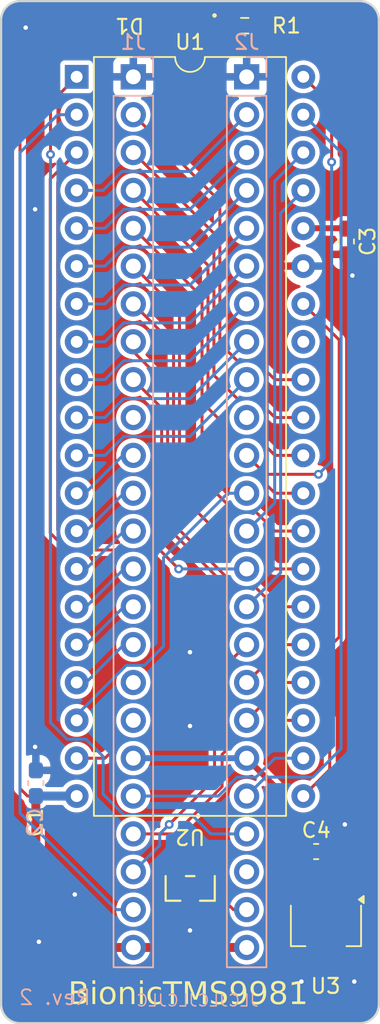
<source format=kicad_pcb>
(kicad_pcb (version 20240108) (generator "pcbnew") (generator_version "8.0")
  (title_block (title "BionicTMS9981 LDO") (date "2024-12-28") (rev "2") (company "Tadashi G. Takaoka"))
  (layers (0 "F.Cu" mixed) (31 "B.Cu" mixed) (34 "B.Paste" user) (35 "F.Paste" user) (36 "B.SilkS" user "B.Silkscreen") (37 "F.SilkS" user "F.Silkscreen") (38 "B.Mask" user) (39 "F.Mask" user) (44 "Edge.Cuts" user))
  (net 0 "")
  (net 1 "VCC")
  (net 2 "GND")
  (net 3 "/P53")
  (net 4 "/P26")
  (net 5 "/P27")
  (net 6 "/P47")
  (net 7 "/P46")
  (net 8 "/P25")
  (net 9 "/P24")
  (net 10 "/P23")
  (net 11 "/P22")
  (net 12 "/P21")
  (net 13 "/P20")
  (net 14 "/P34")
  (net 15 "/P35")
  (net 16 "/P17")
  (net 18 "/P16")
  (net 19 "/P15")
  (net 20 "/P40")
  (net 21 "/P14")
  (net 22 "/P13")
  (net 23 "/P42")
  (net 24 "/P12")
  (net 25 "/P11")
  (net 26 "/P10")
  (net 27 "/P33")
  (net 28 "/P32")
  (net 29 "/P31")
  (net 30 "/P30")
  (net 31 "/P51")
  (net 32 "/P55")
  (net 33 "/P43")
  (net 34 "+15V")
  (net 35 "/P50")
  (net 36 "/P52")
  (net 38 "Net-(D1-K)")
  (net 40 "/P44")
  (net 41 "/P41")
  (net 42 "/P54")
  (net 44 "/P45")
  (net 45 "Net-(U1-VDD)")
  (net 46 "Net-(J2-P57)")
  (footprint "Resistor_SMD:R_0603_1608Metric_Pad0.98x0.95mm_HandSolder" (layer "F.Cu") (at 117.383 71.651)
    (property "Reference" "R1" (at 2.794 0 0) (layer "F.SilkS"))
    (property "Value" "1.6k")
    (fp_line (start -0.254724 -0.5225) (end 0.254724 -0.5225) (stroke (width 0.12)) (layer "F.SilkS"))
    (fp_line (start -0.254724 0.5225) (end 0.254724 0.5225) (stroke (width 0.12)) (layer "F.SilkS"))
    (pad "1" smd roundrect (at -0.9125 0) (size 0.975 0.95) (layers "F.Cu" "F.Paste" "F.Mask") (net 38 "Net-(D1-K)"))
    (pad "2" smd roundrect (at 0.9125 0) (size 0.975 0.95) (layers "F.Cu" "F.Paste" "F.Mask") (net 2 "GND"))
  )
  (footprint "Package_TO_SOT_SMD:SOT-89-3_Handsoldering" (layer "F.Cu") (at 122.844 132.0525 -90)
    (property "Reference" "U3" (at 4.0383 0.0254 0) (layer "F.SilkS"))
    (property "Value" "LM78L12")
    (fp_line (start 1.36 2.36) (end -1.36 2.36) (stroke (width 0.12)) (layer "F.SilkS"))
    (fp_line (start 1.36 1.38) (end 1.36 2.36) (stroke (width 0.12)) (layer "F.SilkS"))
    (fp_line (start 1.36 -1.38) (end 1.36 -2.36) (stroke (width 0.12)) (layer "F.SilkS"))
    (fp_line (start -1.36 -2.36) (end 1.36 -2.36) (stroke (width 0.12)) (layer "F.SilkS"))
    (fp_line (start -1.22 -2.36) (end 1.36 -2.36) (stroke (width 0.12)) (layer "F.SilkS"))
    (fp_poly (pts (xy -1.77 -2.21) (xy -2.01 -2.54) (xy -1.53 -2.54) (xy -1.77 -2.21)) (stroke (width 0.12)) (fill solid) (layer "F.SilkS"))
    (pad "1" smd roundrect (at -2.45 -1.5 270) (size 2.3 0.9) (layers "F.Cu" "F.Paste" "F.Mask") (net 45 "Net-(U1-VDD)"))
    (pad "2" smd custom (at -2.3625 0 270) (size 2.475 0.9) (layers "F.Cu" "F.Paste" "F.Mask") (net 2 "GND") (options (clearance outline) (anchor rect)) (primitives (gr_poly (pts (xy 5.3625 0.8665) (xy 1.2375 0.8665) (xy 1.2375 -0.8665) (xy 5.3625 -0.8665)) (width 0) (fill yes))))
    (pad "3" smd roundrect (at -2.45 1.5 270) (size 2.3 0.9) (layers "F.Cu" "F.Paste" "F.Mask") (net 34 "+15V"))
  )
  (footprint "rhom:LED_CSL1901UW1_ROM-M" (layer "F.Cu") (at 113.7 71.651 180)
    (property "Reference" "D1" (at 4.064 0 180) (layer "F.SilkS"))
    (property "Value" "CSL1901UW1")
    (fp_circle (center -1.651 0.6858) (end -1.5748 0.6858) (stroke (width 0.1524)) (fill none) (layer "F.SilkS"))
    (pad "1" smd rect (at -0.8763 0 180) (size 0.9652 0.762) (layers "F.Cu" "F.Paste" "F.Mask") (net 38 "Net-(D1-K)"))
    (pad "2" smd rect (at 0.8763 0 180) (size 0.9652 0.762) (layers "F.Cu" "F.Paste" "F.Mask") (net 1 "VCC"))
    (zone (net 0) (net_name "") (layer "F.Cu") (connect_pads (clearance 0)) (min_thickness 0.254)
      (keepout (tracks not_allowed) (vias not_allowed) (pads allowed) (copperpour not_allowed) (footprints allowed))
      (fill (thermal_gap 0.508) (thermal_bridge_width 0.508))
      (polygon (pts (xy 114.0429 72.0066) (xy 113.3571 72.0066) (xy 113.3571 71.2954) (xy 114.0429 71.2954)))
    )
  )
  (footprint "Package_DIP:DIP-40_W15.24mm" (layer "F.Cu") (at 106.08 75.08)
    (property "Reference" "U1" (at 7.62 -2.33 0) (layer "F.SilkS"))
    (property "Value" "TMS9981")
    (fp_line (start 1.16 -1.33) (end 1.16 49.59) (stroke (width 0.12)) (layer "F.SilkS"))
    (fp_line (start 1.16 49.59) (end 14.08 49.59) (stroke (width 0.12)) (layer "F.SilkS"))
    (fp_line (start 6.62 -1.33) (end 1.16 -1.33) (stroke (width 0.12)) (layer "F.SilkS"))
    (fp_line (start 14.08 -1.33) (end 8.62 -1.33) (stroke (width 0.12)) (layer "F.SilkS"))
    (fp_line (start 14.08 49.59) (end 14.08 -1.33) (stroke (width 0.12)) (layer "F.SilkS"))
    (fp_arc (start 8.62 -1.33) (mid 7.62 -0.33) (end 6.62 -1.33) (stroke (width 0.12)) (layer "F.SilkS"))
    (pad "1" thru_hole rect (at 0 0) (size 1.6 1.6) (drill 0.8) (layers "*.Cu" "*.Mask") (net 32 "/P55"))
    (pad "2" thru_hole oval (at 0 2.54) (size 1.6 1.6) (drill 0.8) (layers "*.Cu" "*.Mask") (net 3 "/P53"))
    (pad "3" thru_hole oval (at 0 5.08) (size 1.6 1.6) (drill 0.8) (layers "*.Cu" "*.Mask") (net 33 "/P43"))
    (pad "4" thru_hole oval (at 0 7.62) (size 1.6 1.6) (drill 0.8) (layers "*.Cu" "*.Mask") (net 13 "/P20"))
    (pad "5" thru_hole oval (at 0 10.16) (size 1.6 1.6) (drill 0.8) (layers "*.Cu" "*.Mask") (net 12 "/P21"))
    (pad "6" thru_hole oval (at 0 12.7) (size 1.6 1.6) (drill 0.8) (layers "*.Cu" "*.Mask") (net 11 "/P22"))
    (pad "7" thru_hole oval (at 0 15.24) (size 1.6 1.6) (drill 0.8) (layers "*.Cu" "*.Mask") (net 10 "/P23"))
    (pad "8" thru_hole oval (at 0 17.78) (size 1.6 1.6) (drill 0.8) (layers "*.Cu" "*.Mask") (net 9 "/P24"))
    (pad "9" thru_hole oval (at 0 20.32) (size 1.6 1.6) (drill 0.8) (layers "*.Cu" "*.Mask") (net 8 "/P25"))
    (pad "10" thru_hole oval (at 0 22.86) (size 1.6 1.6) (drill 0.8) (layers "*.Cu" "*.Mask") (net 4 "/P26"))
    (pad "11" thru_hole oval (at 0 25.4) (size 1.6 1.6) (drill 0.8) (layers "*.Cu" "*.Mask") (net 5 "/P27"))
    (pad "12" thru_hole oval (at 0 27.94) (size 1.6 1.6) (drill 0.8) (layers "*.Cu" "*.Mask") (net 30 "/P30"))
    (pad "13" thru_hole oval (at 0 30.48) (size 1.6 1.6) (drill 0.8) (layers "*.Cu" "*.Mask") (net 29 "/P31"))
    (pad "14" thru_hole oval (at 0 33.02) (size 1.6 1.6) (drill 0.8) (layers "*.Cu" "*.Mask") (net 28 "/P32"))
    (pad "15" thru_hole oval (at 0 35.56) (size 1.6 1.6) (drill 0.8) (layers "*.Cu" "*.Mask") (net 27 "/P33"))
    (pad "16" thru_hole oval (at 0 38.1) (size 1.6 1.6) (drill 0.8) (layers "*.Cu" "*.Mask") (net 14 "/P34"))
    (pad "17" thru_hole oval (at 0 40.64) (size 1.6 1.6) (drill 0.8) (layers "*.Cu" "*.Mask") (net 15 "/P35"))
    (pad "18" thru_hole oval (at 0 43.18) (size 1.6 1.6) (drill 0.8) (layers "*.Cu" "*.Mask") (net 41 "/P41"))
    (pad "19" thru_hole oval (at 0 45.72) (size 1.6 1.6) (drill 0.8) (layers "*.Cu" "*.Mask") (net 44 "/P45"))
    (pad "20" thru_hole oval (at 0 48.26) (size 1.6 1.6) (drill 0.8) (layers "*.Cu" "*.Mask") (net 1 "VCC"))
    (pad "21" thru_hole oval (at 15.24 48.26) (size 1.6 1.6) (drill 0.8) (layers "*.Cu" "*.Mask") (net 6 "/P47"))
    (pad "22" thru_hole oval (at 15.24 45.72) (size 1.6 1.6) (drill 0.8) (layers "*.Cu" "*.Mask") (net 35 "/P50"))
    (pad "23" thru_hole oval (at 15.24 43.18) (size 1.6 1.6) (drill 0.8) (layers "*.Cu" "*.Mask") (net 31 "/P51"))
    (pad "24" thru_hole oval (at 15.24 40.64) (size 1.6 1.6) (drill 0.8) (layers "*.Cu" "*.Mask") (net 36 "/P52"))
    (pad "25" thru_hole oval (at 15.24 38.1) (size 1.6 1.6) (drill 0.8) (layers "*.Cu" "*.Mask") (net 16 "/P17"))
    (pad "26" thru_hole oval (at 15.24 35.56) (size 1.6 1.6) (drill 0.8) (layers "*.Cu" "*.Mask") (net 18 "/P16"))
    (pad "27" thru_hole oval (at 15.24 33.02) (size 1.6 1.6) (drill 0.8) (layers "*.Cu" "*.Mask") (net 19 "/P15"))
    (pad "28" thru_hole oval (at 15.24 30.48) (size 1.6 1.6) (drill 0.8) (layers "*.Cu" "*.Mask") (net 21 "/P14"))
    (pad "29" thru_hole oval (at 15.24 27.94) (size 1.6 1.6) (drill 0.8) (layers "*.Cu" "*.Mask") (net 22 "/P13"))
    (pad "30" thru_hole oval (at 15.24 25.4) (size 1.6 1.6) (drill 0.8) (layers "*.Cu" "*.Mask") (net 24 "/P12"))
    (pad "31" thru_hole oval (at 15.24 22.86) (size 1.6 1.6) (drill 0.8) (layers "*.Cu" "*.Mask") (net 25 "/P11"))
    (pad "32" thru_hole oval (at 15.24 20.32) (size 1.6 1.6) (drill 0.8) (layers "*.Cu" "*.Mask") (net 26 "/P10"))
    (pad "33" thru_hole oval (at 15.24 17.78) (size 1.6 1.6) (drill 0.8) (layers "*.Cu" "*.Mask"))
    (pad "34" thru_hole oval (at 15.24 15.24) (size 1.6 1.6) (drill 0.8) (layers "*.Cu" "*.Mask") (net 7 "/P46"))
    (pad "35" thru_hole oval (at 15.24 12.7) (size 1.6 1.6) (drill 0.8) (layers "*.Cu" "*.Mask") (net 2 "GND"))
    (pad "36" thru_hole oval (at 15.24 10.16) (size 1.6 1.6) (drill 0.8) (layers "*.Cu" "*.Mask") (net 45 "Net-(U1-VDD)"))
    (pad "37" thru_hole oval (at 15.24 7.62) (size 1.6 1.6) (drill 0.8) (layers "*.Cu" "*.Mask") (net 40 "/P44"))
    (pad "38" thru_hole oval (at 15.24 5.08) (size 1.6 1.6) (drill 0.8) (layers "*.Cu" "*.Mask") (net 23 "/P42"))
    (pad "39" thru_hole oval (at 15.24 2.54) (size 1.6 1.6) (drill 0.8) (layers "*.Cu" "*.Mask") (net 42 "/P54"))
    (pad "40" thru_hole oval (at 15.24 0) (size 1.6 1.6) (drill 0.8) (layers "*.Cu" "*.Mask") (net 20 "/P40"))
  )
  (footprint "Capacitor_SMD:C_0603_1608Metric_Pad1.08x0.95mm_HandSolder" (layer "F.Cu") (at 122.185 127.0625)
    (property "Reference" "C4" (at 0 -1.43 0) (layer "F.SilkS"))
    (property "Value" "0.33u")
    (fp_line (start -0.146267 -0.51) (end 0.146267 -0.51) (stroke (width 0.12)) (layer "F.SilkS"))
    (fp_line (start -0.146267 0.51) (end 0.146267 0.51) (stroke (width 0.12)) (layer "F.SilkS"))
    (pad "1" smd roundrect (at -0.8625 0) (size 1.075 0.95) (layers "F.Cu" "F.Paste" "F.Mask") (net 34 "+15V"))
    (pad "2" smd roundrect (at 0.8625 0) (size 1.075 0.95) (layers "F.Cu" "F.Paste" "F.Mask") (net 2 "GND"))
  )
  (footprint "microchip:SOT-23_MC_MCH-M" (layer "F.Cu") (at 113.715199 129.5368 180)
    (property "Reference" "U2" (at 0 3.4544 180) (layer "F.SilkS"))
    (property "Value" "11AA010-I/TT")
    (fp_line (start 1.652 0.827) (end 1.652 -0.827) (stroke (width 0.1524)) (layer "F.SilkS"))
    (fp_line (start 1.652 -0.827) (end 0.66294 -0.827) (stroke (width 0.1524)) (layer "F.SilkS"))
    (fp_line (start -0.287061 0.827) (end 0.287061 0.827) (stroke (width 0.1524)) (layer "F.SilkS"))
    (fp_line (start -0.66294 -0.827) (end -1.652 -0.827) (stroke (width 0.1524)) (layer "F.SilkS"))
    (fp_line (start -1.652 -0.827) (end -1.652 0.827) (stroke (width 0.1524)) (layer "F.SilkS"))
    (pad "1" smd rect (at -0.950001 1.066 180) (size 0.6604 1.6256) (layers "F.Cu" "F.Paste" "F.Mask") (net 46 "Net-(J2-P57)"))
    (pad "2" smd rect (at 0.950001 1.066 180) (size 0.6604 1.6256) (layers "F.Cu" "F.Paste" "F.Mask") (net 1 "VCC"))
    (pad "3" smd rect (at 0 -1.066 180) (size 0.6604 1.6256) (layers "F.Cu" "F.Paste" "F.Mask") (net 2 "GND"))
  )
  (footprint "Capacitor_SMD:C_0603_1608Metric_Pad1.08x0.95mm_HandSolder" (layer "F.Cu") (at 103.3368 122.4764 90)
    (property "Reference" "C1" (at -2.6416 -0.0508 90) (layer "F.SilkS"))
    (property "Value" "0.1u")
    (fp_line (start -0.146267 -0.51) (end 0.146267 -0.51) (stroke (width 0.12)) (layer "F.SilkS"))
    (fp_line (start -0.146267 0.51) (end 0.146267 0.51) (stroke (width 0.12)) (layer "F.SilkS"))
    (pad "1" smd roundrect (at -0.8625 0 90) (size 1.075 0.95) (layers "F.Cu" "F.Paste" "F.Mask") (net 1 "VCC"))
    (pad "2" smd roundrect (at 0.8625 0 90) (size 1.075 0.95) (layers "F.Cu" "F.Paste" "F.Mask") (net 2 "GND"))
  )
  (footprint "Capacitor_SMD:C_0603_1608Metric_Pad1.08x0.95mm_HandSolder" (layer "F.Cu") (at 124.2156 86.129 -90)
    (property "Reference" "C3" (at 0 -1.43 90) (layer "F.SilkS"))
    (property "Value" "0.1u")
    (fp_line (start -0.146267 0.51) (end 0.146267 0.51) (stroke (width 0.12)) (layer "F.SilkS"))
    (fp_line (start -0.146267 -0.51) (end 0.146267 -0.51) (stroke (width 0.12)) (layer "F.SilkS"))
    (pad "1" smd roundrect (at -0.8625 0 270) (size 1.075 0.95) (layers "F.Cu" "F.Paste" "F.Mask") (net 45 "Net-(U1-VDD)"))
    (pad "2" smd roundrect (at 0.8625 0 270) (size 1.075 0.95) (layers "F.Cu" "F.Paste" "F.Mask") (net 2 "GND"))
  )
  (footprint "connector:Bionic-P135_Vertical" (layer "B.Cu") (at 109.89 75.08 180)
    (property "Reference" "J1" (at 0 2.33 0) (layer "B.SilkS") (effects (justify mirror)))
    (property "Value" "Bionic-P135")
    (fp_line (start 1.33 -1.27) (end -1.33 -1.27) (stroke (width 0.12)) (layer "B.SilkS"))
    (fp_line (start 1.33 -59.75) (end 1.33 -1.27) (stroke (width 0.12)) (layer "B.SilkS"))
    (fp_line (start 1.33 -59.75) (end -1.33 -59.75) (stroke (width 0.12)) (layer "B.SilkS"))
    (fp_line (start 0 1.33) (end -1.33 1.33) (stroke (width 0.12)) (layer "B.SilkS"))
    (fp_line (start -1.33 1.33) (end -1.33 0) (stroke (width 0.12)) (layer "B.SilkS"))
    (fp_line (start -1.33 -59.75) (end -1.33 -1.27) (stroke (width 0.12)) (layer "B.SilkS"))
    (pad "1" thru_hole rect (at 0 0 180) (size 1.7 1.7) (drill 1) (layers "*.Cu" "*.Mask") (net 2 "GND"))
    (pad "2" thru_hole oval (at 0 -2.54 180) (size 1.7 1.7) (drill 1) (layers "*.Cu" "*.Mask") (net 26 "/P10"))
    (pad "3" thru_hole oval (at 0 -5.08 180) (size 1.7 1.7) (drill 1) (layers "*.Cu" "*.Mask") (net 25 "/P11"))
    (pad "4" thru_hole oval (at 0 -7.62 180) (size 1.7 1.7) (drill 1) (layers "*.Cu" "*.Mask") (net 24 "/P12"))
    (pad "5" thru_hole oval (at 0 -10.16 180) (size 1.7 1.7) (drill 1) (layers "*.Cu" "*.Mask") (net 22 "/P13"))
    (pad "6" thru_hole oval (at 0 -12.7 180) (size 1.7 1.7) (drill 1) (layers "*.Cu" "*.Mask") (net 21 "/P14"))
    (pad "7" thru_hole oval (at 0 -15.24 180) (size 1.7 1.7) (drill 1) (layers "*.Cu" "*.Mask") (net 19 "/P15"))
    (pad "8" thru_hole oval (at 0 -17.78 180) (size 1.7 1.7) (drill 1) (layers "*.Cu" "*.Mask") (net 18 "/P16"))
    (pad "9" thru_hole oval (at 0 -20.32 180) (size 1.7 1.7) (drill 1) (layers "*.Cu" "*.Mask") (net 16 "/P17"))
    (pad "10" thru_hole oval (at 0 -22.86 180) (size 1.7 1.7) (drill 1) (layers "*.Cu" "*.Mask"))
    (pad "11" thru_hole oval (at 0 -25.4 180) (size 1.7 1.7) (drill 1) (layers "*.Cu" "*.Mask") (net 30 "/P30"))
    (pad "12" thru_hole oval (at 0 -27.94 180) (size 1.7 1.7) (drill 1) (layers "*.Cu" "*.Mask") (net 29 "/P31"))
    (pad "13" thru_hole oval (at 0 -30.48 180) (size 1.7 1.7) (drill 1) (layers "*.Cu" "*.Mask") (net 28 "/P32"))
    (pad "14" thru_hole oval (at 0 -33.02 180) (size 1.7 1.7) (drill 1) (layers "*.Cu" "*.Mask") (net 27 "/P33"))
    (pad "15" thru_hole oval (at 0 -35.56 180) (size 1.7 1.7) (drill 1) (layers "*.Cu" "*.Mask") (net 14 "/P34"))
    (pad "16" thru_hole oval (at 0 -38.1 180) (size 1.7 1.7) (drill 1) (layers "*.Cu" "*.Mask") (net 15 "/P35"))
    (pad "17" thru_hole oval (at 0 -40.64 180) (size 1.7 1.7) (drill 1) (layers "*.Cu" "*.Mask"))
    (pad "18" thru_hole oval (at 0 -43.18 180) (size 1.7 1.7) (drill 1) (layers "*.Cu" "*.Mask"))
    (pad "19" thru_hole oval (at 0 -45.72 180) (size 1.7 1.7) (drill 1) (layers "*.Cu" "*.Mask") (net 34 "+15V"))
    (pad "20" thru_hole oval (at 0 -48.26 180) (size 1.7 1.7) (drill 1) (layers "*.Cu" "*.Mask") (net 35 "/P50"))
    (pad "21" thru_hole oval (at 0 -50.8 180) (size 1.7 1.7) (drill 1) (layers "*.Cu" "*.Mask") (net 31 "/P51"))
    (pad "22" thru_hole oval (at 0 -53.34 180) (size 1.7 1.7) (drill 1) (layers "*.Cu" "*.Mask") (net 36 "/P52"))
    (pad "23" thru_hole oval (at 0 -55.88 180) (size 1.7 1.7) (drill 1) (layers "*.Cu" "*.Mask") (net 3 "/P53"))
    (pad "24" thru_hole oval (at 0 -58.42 180) (size 1.7 1.7) (drill 1) (layers "*.Cu" "*.Mask") (net 1 "VCC"))
  )
  (footprint "connector:Bionic-P245_Vertical" (layer "B.Cu") (at 117.51 75.08 180)
    (property "Reference" "J2" (at 0 2.33 0) (layer "B.SilkS") (effects (justify mirror)))
    (property "Value" "Bionic-P245")
    (fp_line (start 1.33 -1.27) (end -1.33 -1.27) (stroke (width 0.12)) (layer "B.SilkS"))
    (fp_line (start 1.33 -59.75) (end 1.33 -1.27) (stroke (width 0.12)) (layer "B.SilkS"))
    (fp_line (start 1.33 -59.75) (end -1.33 -59.75) (stroke (width 0.12)) (layer "B.SilkS"))
    (fp_line (start 0 1.33) (end -1.33 1.33) (stroke (width 0.12)) (layer "B.SilkS"))
    (fp_line (start -1.33 1.33) (end -1.33 0) (stroke (width 0.12)) (layer "B.SilkS"))
    (fp_line (start -1.33 -59.75) (end -1.33 -1.27) (stroke (width 0.12)) (layer "B.SilkS"))
    (pad "25" thru_hole oval (at 0 -58.42 180) (size 1.7 1.7) (drill 1) (layers "*.Cu" "*.Mask") (net 1 "VCC"))
    (pad "26" thru_hole oval (at 0 -55.88 180) (size 1.7 1.7) (drill 1) (layers "*.Cu" "*.Mask") (net 46 "Net-(J2-P57)"))
    (pad "27" thru_hole oval (at 0 -53.34 180) (size 1.7 1.7) (drill 1) (layers "*.Cu" "*.Mask"))
    (pad "28" thru_hole oval (at 0 -50.8 180) (size 1.7 1.7) (drill 1) (layers "*.Cu" "*.Mask") (net 32 "/P55"))
    (pad "29" thru_hole oval (at 0 -48.26 180) (size 1.7 1.7) (drill 1) (layers "*.Cu" "*.Mask") (net 42 "/P54"))
    (pad "30" thru_hole oval (at 0 -45.72 180) (size 1.7 1.7) (drill 1) (layers "*.Cu" "*.Mask") (net 34 "+15V"))
    (pad "31" thru_hole oval (at 0 -43.18 180) (size 1.7 1.7) (drill 1) (layers "*.Cu" "*.Mask") (net 6 "/P47"))
    (pad "32" thru_hole oval (at 0 -40.64 180) (size 1.7 1.7) (drill 1) (layers "*.Cu" "*.Mask") (net 7 "/P46"))
    (pad "33" thru_hole oval (at 0 -38.1 180) (size 1.7 1.7) (drill 1) (layers "*.Cu" "*.Mask") (net 44 "/P45"))
    (pad "34" thru_hole oval (at 0 -35.56 180) (size 1.7 1.7) (drill 1) (layers "*.Cu" "*.Mask") (net 40 "/P44"))
    (pad "35" thru_hole oval (at 0 -33.02 180) (size 1.7 1.7) (drill 1) (layers "*.Cu" "*.Mask") (net 33 "/P43"))
    (pad "36" thru_hole oval (at 0 -30.48 180) (size 1.7 1.7) (drill 1) (layers "*.Cu" "*.Mask") (net 23 "/P42"))
    (pad "37" thru_hole oval (at 0 -27.94 180) (size 1.7 1.7) (drill 1) (layers "*.Cu" "*.Mask") (net 41 "/P41"))
    (pad "38" thru_hole oval (at 0 -25.4 180) (size 1.7 1.7) (drill 1) (layers "*.Cu" "*.Mask") (net 20 "/P40"))
    (pad "39" thru_hole oval (at 0 -22.86 180) (size 1.7 1.7) (drill 1) (layers "*.Cu" "*.Mask"))
    (pad "40" thru_hole oval (at 0 -20.32 180) (size 1.7 1.7) (drill 1) (layers "*.Cu" "*.Mask") (net 5 "/P27"))
    (pad "41" thru_hole oval (at 0 -17.78 180) (size 1.7 1.7) (drill 1) (layers "*.Cu" "*.Mask") (net 4 "/P26"))
    (pad "42" thru_hole oval (at 0 -15.24 180) (size 1.7 1.7) (drill 1) (layers "*.Cu" "*.Mask") (net 8 "/P25"))
    (pad "43" thru_hole oval (at 0 -12.7 180) (size 1.7 1.7) (drill 1) (layers "*.Cu" "*.Mask") (net 9 "/P24"))
    (pad "44" thru_hole oval (at 0 -10.16 180) (size 1.7 1.7) (drill 1) (layers "*.Cu" "*.Mask") (net 10 "/P23"))
    (pad "45" thru_hole oval (at 0 -7.62 180) (size 1.7 1.7) (drill 1) (layers "*.Cu" "*.Mask") (net 11 "/P22"))
    (pad "46" thru_hole oval (at 0 -5.08 180) (size 1.7 1.7) (drill 1) (layers "*.Cu" "*.Mask") (net 12 "/P21"))
    (pad "47" thru_hole oval (at 0 -2.54 180) (size 1.7 1.7) (drill 1) (layers "*.Cu" "*.Mask") (net 13 "/P20"))
    (pad "48" thru_hole rect (at 0 0 180) (size 1.7 1.7) (drill 1) (layers "*.Cu" "*.Mask") (net 2 "GND"))
  )
  (footprint "Capacitor_SMD:C_0603_1608Metric_Pad1.08x0.95mm_HandSolder" (layer "B.Cu") (at 103.3368 122.4764 90)
    (property "Reference" "C2" (at -2.6416 -0.0508 90) (layer "B.SilkS") (effects (justify mirror)))
    (property "Value" "22U")
    (fp_line (start 0.146267 -0.51) (end -0.146267 -0.51) (stroke (width 0.12)) (layer "B.SilkS"))
    (fp_line (start 0.146267 0.51) (end -0.146267 0.51) (stroke (width 0.12)) (layer "B.SilkS"))
    (pad "1" smd roundrect (at -0.8625 0 90) (size 1.075 0.95) (layers "B.Cu" "B.Paste" "B.Mask") (net 1 "VCC"))
    (pad "2" smd roundrect (at 0.8625 0 90) (size 1.075 0.95) (layers "B.Cu" "B.Paste" "B.Mask") (net 2 "GND"))
  )
  (gr_arc (start 125.13 70) (mid 126.028026 70.371974) (end 126.4 71.27) (stroke (width 0.15)) (layer "Edge.Cuts"))
  (gr_arc (start 102.27 138.58) (mid 101.371974 138.208026) (end 101 137.31) (stroke (width 0.15)) (layer "Edge.Cuts"))
  (gr_line (start 126.4 71.27) (end 126.4 137.31) (stroke (width 0.15)) (layer "Edge.Cuts"))
  (gr_arc (start 126.4 137.31) (mid 126.028026 138.208026) (end 125.13 138.58) (stroke (width 0.15)) (layer "Edge.Cuts"))
  (gr_line (start 102.27 138.58) (end 125.13 138.58) (stroke (width 0.15)) (layer "Edge.Cuts"))
  (gr_line (start 102.27 70) (end 125.13 70) (stroke (width 0.15)) (layer "Edge.Cuts"))
  (gr_arc (start 101 71.27) (mid 101.371974 70.371974) (end 102.27 70) (stroke (width 0.15)) (layer "Edge.Cuts"))
  (gr_line (start 101 71.27) (end 101 137.31) (stroke (width 0.15)) (layer "Edge.Cuts"))
  (gr_text "Rev. 2" (at 107.096 137.437 0) (layer "B.SilkS") (effects (font (size 1 1)) (justify left bottom mirror)))
  (gr_text "JLCJLCJLCJLC" (at 114.208 137.056 0) (layer "B.SilkS") (effects (font (size 0.8 0.8)) (justify mirror)))
  (gr_text "BionicTMS9981" (at 113.573 136.675 0) (layer "F.SilkS") (effects (font (size 1.5 1.5))))
  (segment (start 102.7769 123.3389) (end 103.3368 123.3389) (width 0.2) (layer "F.Cu") (net 1))
  (segment (start 102.27 74.318) (end 102.27 122.832) (width 0.2) (layer "F.Cu") (net 1))
  (segment (start 112.765198 128.4708) (end 112.765198 133.469602) (width 0.2) (layer "F.Cu") (net 1))
  (segment (start 109.89 133.5) (end 106.969 133.5) (width 0.6) (layer "F.Cu") (net 1))
  (segment (start 112.765198 133.469602) (end 112.7348 133.5) (width 0.2) (layer "F.Cu") (net 1))
  (segment (start 106.0789 123.3389) (end 106.08 123.34) (width 0.6) (layer "F.Cu") (net 1))
  (segment (start 103.3368 129.8678) (end 103.3368 123.3389) (width 0.6) (layer "F.Cu") (net 1))
  (segment (start 102.27 122.832) (end 102.7769 123.3389) (width 0.2) (layer "F.Cu") (net 1))
  (segment (start 112.7348 133.5) (end 109.89 133.5) (width 0.6) (layer "F.Cu") (net 1))
  (segment (start 103.3367 123.339) (end 103.3368 123.3389) (width 0.6) (layer "F.Cu") (net 1))
  (segment (start 112.8237 71.651) (end 104.937 71.651) (width 0.2) (layer "F.Cu") (net 1))
  (segment (start 106.969 133.5) (end 103.3368 129.8678) (width 0.6) (layer "F.Cu") (net 1))
  (segment (start 117.51 133.5) (end 112.7348 133.5) (width 0.6) (layer "F.Cu") (net 1))
  (segment (start 103.3368 123.3389) (end 106.0789 123.3389) (width 0.6) (layer "F.Cu") (net 1))
  (segment (start 104.937 71.651) (end 102.27 74.318) (width 0.2) (layer "F.Cu") (net 1))
  (segment (start 103.3379 123.34) (end 103.3368 123.3389) (width 0.6) (layer "B.Cu") (net 1))
  (segment (start 103.3374 123.3395) (end 103.3368 123.3389) (width 0.6) (layer "B.Cu") (net 1))
  (segment (start 103.3375 123.3395) (end 103.3374 123.3395) (width 0.6) (layer "B.Cu") (net 1))
  (segment (start 106.08 123.34) (end 103.3379 123.34) (width 0.6) (layer "B.Cu") (net 1))
  (segment (start 122.717 87.78) (end 121.32 87.78) (width 0.4) (layer "F.Cu") (net 2))
  (segment (start 121.32 87.78) (end 119.923 87.78) (width 0.4) (layer "F.Cu") (net 2))
  (via (at 124.749 135.786) (size 0.6) (drill 0.3) (layers "F.Cu" "B.Cu") (net 2))
  (via (at 102.651 71.778) (size 0.6) (drill 0.3) (layers "F.Cu" "B.Cu") (net 2))
  (via (at 103.54 133.119) (size 0.6) (drill 0.3) (layers "F.Cu" "B.Cu") (net 2))
  (via (at 124.114 125.245) (size 0.6) (drill 0.3) (layers "F.Cu" "B.Cu") (net 2))
  (via (at 113.7 118.641) (size 0.6) (drill 0.3) (layers "F.Cu" "B.Cu") (net 2))
  (via (at 113.7 132.357) (size 0.6) (drill 0.3) (layers "F.Cu" "B.Cu") (net 2))
  (via (at 103.286 120.038) (size 0.6) (drill 0.3) (layers "F.Cu" "B.Cu") (net 2))
  (via (at 105.953 129.944) (size 0.6) (drill 0.3) (layers "F.Cu" "B.Cu") (net 2))
  (via (at 124.622 88.415) (size 0.6) (drill 0.3) (layers "F.Cu" "B.Cu") (net 2))
  (via (at 121.193 135.786) (size 0.6) (drill 0.3) (layers "F.Cu" "B.Cu") (net 2))
  (via (at 113.7 113.688) (size 0.6) (drill 0.3) (layers "F.Cu" "B.Cu") (net 2))
  (via (at 103.286 83.97) (size 0.6) (drill 0.3) (layers "F.Cu" "B.Cu") (net 2))
  (segment (start 102.27 124.483) (end 108.747 130.96) (width 0.2) (layer "B.Cu") (net 3))
  (segment (start 104.81 77.62) (end 102.27 80.16) (width 0.2) (layer "B.Cu") (net 3))
  (segment (start 106.08 77.62) (end 104.81 77.62) (width 0.2) (layer "B.Cu") (net 3))
  (segment (start 108.747 130.96) (end 109.89 130.96) (width 0.2) (layer "B.Cu") (net 3))
  (segment (start 102.27 80.16) (end 102.27 124.483) (width 0.2) (layer "B.Cu") (net 3))
  (segment (start 117.51 92.86) (end 113.7 96.67) (width 0.2) (layer "B.Cu") (net 4))
  (segment (start 107.985 97.94) (end 106.08 97.94) (width 0.2) (layer "B.Cu") (net 4))
  (segment (start 109.255 96.67) (end 107.985 97.94) (width 0.2) (layer "B.Cu") (net 4))
  (segment (start 113.7 96.67) (end 109.255 96.67) (width 0.2) (layer "B.Cu") (net 4))
  (segment (start 107.985 100.48) (end 106.08 100.48) (width 0.2) (layer "B.Cu") (net 5))
  (segment (start 113.7 99.21) (end 109.255 99.21) (width 0.2) (layer "B.Cu") (net 5))
  (segment (start 109.255 99.21) (end 107.985 100.48) (width 0.2) (layer "B.Cu") (net 5))
  (segment (start 117.51 95.4) (end 113.7 99.21) (width 0.2) (layer "B.Cu") (net 5))
  (segment (start 123.098 118.133) (end 123.098 121.562) (width 0.2) (layer "F.Cu") (net 6))
  (segment (start 117.51 118.26) (end 118.78 116.99) (width 0.2) (layer "F.Cu") (net 6))
  (segment (start 121.955 116.99) (end 123.098 118.133) (width 0.2) (layer "F.Cu") (net 6))
  (segment (start 123.098 121.562) (end 121.32 123.34) (width 0.2) (layer "F.Cu") (net 6))
  (segment (start 118.78 116.99) (end 121.955 116.99) (width 0.2) (layer "F.Cu") (net 6))
  (segment (start 121.32 90.32) (end 123.733 92.733) (width 0.2) (layer "F.Cu") (net 7))
  (segment (start 123.733 92.733) (end 123.733 112.672) (width 0.2) (layer "F.Cu") (net 7))
  (segment (start 123.733 112.672) (end 121.955 114.45) (width 0.2) (layer "F.Cu") (net 7))
  (segment (start 121.955 114.45) (end 118.78 114.45) (width 0.2) (layer "F.Cu") (net 7))
  (segment (start 118.78 114.45) (end 117.51 115.72) (width 0.2) (layer "F.Cu") (net 7))
  (segment (start 107.985 95.4) (end 106.08 95.4) (width 0.2) (layer "B.Cu") (net 8))
  (segment (start 117.51 90.32) (end 113.7 94.13) (width 0.2) (layer "B.Cu") (net 8))
  (segment (start 113.7 94.13) (end 109.255 94.13) (width 0.2) (layer "B.Cu") (net 8))
  (segment (start 109.255 94.13) (end 107.985 95.4) (width 0.2) (layer "B.Cu") (net 8))
  (segment (start 113.7 91.59) (end 109.255 91.59) (width 0.2) (layer "B.Cu") (net 9))
  (segment (start 107.985 92.86) (end 106.08 92.86) (width 0.2) (layer "B.Cu") (net 9))
  (segment (start 117.51 87.78) (end 113.7 91.59) (width 0.2) (layer "B.Cu") (net 9))
  (segment (start 109.255 91.59) (end 107.985 92.86) (width 0.2) (layer "B.Cu") (net 9))
  (segment (start 107.985 90.32) (end 109.255 89.05) (width 0.2) (layer "B.Cu") (net 10))
  (segment (start 113.7 89.05) (end 117.51 85.24) (width 0.2) (layer "B.Cu") (net 10))
  (segment (start 109.255 89.05) (end 113.7 89.05) (width 0.2) (layer "B.Cu") (net 10))
  (segment (start 106.08 90.32) (end 107.985 90.32) (width 0.2) (layer "B.Cu") (net 10))
  (segment (start 107.985 87.78) (end 106.08 87.78) (width 0.2) (layer "B.Cu") (net 11))
  (segment (start 117.51 82.7) (end 113.7 86.51) (width 0.2) (layer "B.Cu") (net 11))
  (segment (start 113.7 86.51) (end 109.255 86.51) (width 0.2) (layer "B.Cu") (net 11))
  (segment (start 109.255 86.51) (end 107.985 87.78) (width 0.2) (layer "B.Cu") (net 11))
  (segment (start 117.51 80.16) (end 113.7 83.97) (width 0.2) (layer "B.Cu") (net 12))
  (segment (start 107.985 85.24) (end 106.08 85.24) (width 0.2) (layer "B.Cu") (net 12))
  (segment (start 113.7 83.97) (end 109.255 83.97) (width 0.2) (layer "B.Cu") (net 12))
  (segment (start 109.255 83.97) (end 107.985 85.24) (width 0.2) (layer "B.Cu") (net 12))
  (segment (start 107.858 82.7) (end 106.08 82.7) (width 0.2) (layer "B.Cu") (net 13))
  (segment (start 113.7 81.43) (end 109.128 81.43) (width 0.2) (layer "B.Cu") (net 13))
  (segment (start 109.128 81.43) (end 107.858 82.7) (width 0.2) (layer "B.Cu") (net 13))
  (segment (start 117.51 77.62) (end 113.7 81.43) (width 0.2) (layer "B.Cu") (net 13))
  (segment (start 106.715 113.18) (end 106.08 113.18) (width 0.2) (layer "B.Cu") (net 14))
  (segment (start 109.255 110.64) (end 106.715 113.18) (width 0.2) (layer "B.Cu") (net 14))
  (segment (start 109.89 110.64) (end 109.255 110.64) (width 0.2) (layer "B.Cu") (net 14))
  (segment (start 109.255 113.18) (end 106.715 115.72) (width 0.2) (layer "B.Cu") (net 15))
  (segment (start 106.715 115.72) (end 106.08 115.72) (width 0.2) (layer "B.Cu") (net 15))
  (segment (start 109.89 113.18) (end 109.255 113.18) (width 0.2) (layer "B.Cu") (net 15))
  (segment (start 118.1452 111.9102) (end 116.7482 111.9102) (width 0.2) (layer "F.Cu") (net 16))
  (segment (start 115.605 108.735) (end 111.795 104.925) (width 0.2) (layer "F.Cu") (net 16))
  (segment (start 121.32 113.18) (end 119.415 113.18) (width 0.2) (layer "F.Cu") (net 16))
  (segment (start 116.7482 111.9102) (end 115.605 110.767) (width 0.2) (layer "F.Cu") (net 16))
  (segment (start 119.415 113.18) (end 118.1452 111.9102) (width 0.2) (layer "F.Cu") (net 16))
  (segment (start 111.795 104.925) (end 111.795 97.305) (width 0.2) (layer "F.Cu") (net 16))
  (segment (start 111.795 97.305) (end 109.89 95.4) (width 0.2) (layer "F.Cu") (net 16))
  (segment (start 115.605 110.767) (end 115.605 108.735) (width 0.2) (layer "F.Cu") (net 16))
  (segment (start 118.145 109.37) (end 119.415 110.64) (width 0.2) (layer "F.Cu") (net 18))
  (segment (start 112.195 104.69) (end 116.875 109.37) (width 0.2) (layer "F.Cu") (net 18))
  (segment (start 112.195 95.818) (end 112.195 104.69) (width 0.2) (layer "F.Cu") (net 18))
  (segment (start 109.89 92.86) (end 109.89 93.513) (width 0.2) (layer "F.Cu") (net 18))
  (segment (start 109.89 93.513) (end 112.195 95.818) (width 0.2) (layer "F.Cu") (net 18))
  (segment (start 119.415 110.64) (end 121.32 110.64) (width 0.2) (layer "F.Cu") (net 18))
  (segment (start 116.875 109.37) (end 118.145 109.37) (width 0.2) (layer "F.Cu") (net 18))
  (segment (start 112.595 93.025) (end 112.595 102.677) (width 0.2) (layer "F.Cu") (net 19))
  (segment (start 119.415 108.1) (end 121.32 108.1) (width 0.2) (layer "F.Cu") (net 19))
  (segment (start 109.89 90.32) (end 112.595 93.025) (width 0.2) (layer "F.Cu") (net 19))
  (segment (start 116.748 106.83) (end 118.145 106.83) (width 0.2) (layer "F.Cu") (net 19))
  (segment (start 112.595 102.677) (end 116.748 106.83) (width 0.2) (layer "F.Cu") (net 19))
  (segment (start 118.145 106.83) (end 119.415 108.1) (width 0.2) (layer "F.Cu") (net 19))
  (segment (start 118.78 101.75) (end 117.51 100.48) (width 0.2) (layer "F.Cu") (net 20))
  (segment (start 123.225 80.795) (end 123.225 76.985) (width 0.2) (layer "F.Cu") (net 20))
  (segment (start 123.225 76.985) (end 121.32 75.08) (width 0.2) (layer "F.Cu") (net 20))
  (segment (start 122.336 101.75) (end 118.78 101.75) (width 0.2) (layer "F.Cu") (net 20))
  (via (at 123.225 80.795) (size 0.6) (drill 0.3) (layers "F.Cu" "B.Cu") (net 20))
  (via (at 122.336 101.75) (size 0.6) (drill 0.3) (layers "F.Cu" "B.Cu") (net 20))
  (segment (start 122.336 101.75) (end 123.225 100.861) (width 0.2) (layer "B.Cu") (net 20))
  (segment (start 123.225 100.861) (end 123.225 80.795) (width 0.2) (layer "B.Cu") (net 20))
  (segment (start 109.89 87.78) (end 112.995 90.885) (width 0.2) (layer "F.Cu") (net 21))
  (segment (start 112.995 90.885) (end 112.995 100.537) (width 0.2) (layer "F.Cu") (net 21))
  (segment (start 116.748 104.29) (end 118.145 104.29) (width 0.2) (layer "F.Cu") (net 21))
  (segment (start 119.415 105.56) (end 121.32 105.56) (width 0.2) (layer "F.Cu") (net 21))
  (segment (start 112.995 100.537) (end 116.748 104.29) (width 0.2) (layer "F.Cu") (net 21))
  (segment (start 118.145 104.29) (end 119.415 105.56) (width 0.2) (layer "F.Cu") (net 21))
  (segment (start 118.145 101.75) (end 119.415 103.02) (width 0.2) (layer "F.Cu") (net 22))
  (segment (start 109.89 85.24) (end 114.5096 89.8596) (width 0.2) (layer "F.Cu") (net 22))
  (segment (start 114.5096 99.3846) (end 116.875 101.75) (width 0.2) (layer "F.Cu") (net 22))
  (segment (start 116.875 101.75) (end 118.145 101.75) (width 0.2) (layer "F.Cu") (net 22))
  (segment (start 119.415 103.02) (end 121.32 103.02) (width 0.2) (layer "F.Cu") (net 22))
  (segment (start 114.5096 89.8596) (end 114.5096 99.3846) (width 0.2) (layer "F.Cu") (net 22))
  (segment (start 119.396 103.674) (end 117.792843 105.277157) (width 0.2) (layer "B.Cu") (net 23))
  (segment (start 121.32 80.16) (end 119.396 82.084) (width 0.2) (layer "B.Cu") (net 23))
  (segment (start 119.396 82.084) (end 119.396 103.674) (width 0.2) (layer "B.Cu") (net 23))
  (segment (start 119.415 100.48) (end 121.32 100.48) (width 0.2) (layer "F.Cu") (net 24))
  (segment (start 114.9096 87.7196) (end 114.9096 97.3081) (width 0.2) (layer "F.Cu") (net 24))
  (segment (start 109.89 82.7) (end 114.9096 87.7196) (width 0.2) (layer "F.Cu") (net 24))
  (segment (start 118.145 99.21) (end 119.415 100.48) (width 0.2) (layer "F.Cu") (net 24))
  (segment (start 114.9096 97.3081) (end 116.8115 99.21) (width 0.2) (layer "F.Cu") (net 24))
  (segment (start 116.8115 99.21) (end 118.145 99.21) (width 0.2) (layer "F.Cu") (net 24))
  (segment (start 109.89 80.16) (end 115.3096 85.5796) (width 0.2) (layer "F.Cu") (net 25))
  (segment (start 116.875 96.67) (end 118.145 96.67) (width 0.2) (layer "F.Cu") (net 25))
  (segment (start 118.145 96.67) (end 119.415 97.94) (width 0.2) (layer "F.Cu") (net 25))
  (segment (start 119.415 97.94) (end 121.32 97.94) (width 0.2) (layer "F.Cu") (net 25))
  (segment (start 115.3096 85.5796) (end 115.3096 95.1046) (width 0.2) (layer "F.Cu") (net 25))
  (segment (start 115.3096 95.1046) (end 116.875 96.67) (width 0.2) (layer "F.Cu") (net 25))
  (segment (start 115.7096 83.4396) (end 115.7096 92.9646) (width 0.2) (layer "F.Cu") (net 26))
  (segment (start 118.145 94.13) (end 119.415 95.4) (width 0.2) (layer "F.Cu") (net 26))
  (segment (start 119.415 95.4) (end 121.32 95.4) (width 0.2) (layer "F.Cu") (net 26))
  (segment (start 109.89 77.62) (end 115.7096 83.4396) (width 0.2) (layer "F.Cu") (net 26))
  (segment (start 116.875 94.13) (end 118.145 94.13) (width 0.2) (layer "F.Cu") (net 26))
  (segment (start 115.7096 92.9646) (end 116.875 94.13) (width 0.2) (layer "F.Cu") (net 26))
  (segment (start 106.715 110.64) (end 106.08 110.64) (width 0.2) (layer "B.Cu") (net 27))
  (segment (start 109.89 108.1) (end 109.255 108.1) (width 0.2) (layer "B.Cu") (net 27))
  (segment (start 109.255 108.1) (end 106.715 110.64) (width 0.2) (layer "B.Cu") (net 27))
  (segment (start 106.715 108.1) (end 106.08 108.1) (width 0.2) (layer "B.Cu") (net 28))
  (segment (start 109.89 105.56) (end 109.255 105.56) (width 0.2) (layer "B.Cu") (net 28))
  (segment (start 109.255 105.56) (end 106.715 108.1) (width 0.2) (layer "B.Cu") (net 28))
  (segment (start 106.715 105.56) (end 106.08 105.56) (width 0.2) (layer "B.Cu") (net 29))
  (segment (start 109.255 103.02) (end 106.715 105.56) (width 0.2) (layer "B.Cu") (net 29))
  (segment (start 109.89 103.02) (end 109.255 103.02) (width 0.2) (layer "B.Cu") (net 29))
  (segment (start 109.89 100.48) (end 109.1915 100.48) (width 0.2) (layer "B.Cu") (net 30))
  (segment (start 109.1915 100.48) (end 106.6515 103.02) (width 0.2) (layer "B.Cu") (net 30))
  (segment (start 106.6515 103.02) (end 106.08 103.02) (width 0.2) (layer "B.Cu") (net 30))
  (segment (start 112.684 125.88) (end 109.89 125.88) (width 0.2) (layer "F.Cu") (net 31))
  (segment (start 115.859 122.705) (end 112.684 125.88) (width 0.2) (layer "F.Cu") (net 31))
  (segment (start 118.145 119.53) (end 116.875 119.53) (width 0.2) (layer "F.Cu") (net 31))
  (segment (start 121.32 118.26) (end 119.415 118.26) (width 0.2) (layer "F.Cu") (net 31))
  (segment (start 119.415 118.26) (end 118.145 119.53) (width 0.2) (layer "F.Cu") (net 31))
  (segment (start 116.875 119.53) (end 115.859 120.546) (width 0.2) (layer "F.Cu") (net 31))
  (segment (start 115.859 120.546) (end 115.859 122.705) (width 0.2) (layer "F.Cu") (net 31))
  (segment (start 104.321 80.287) (end 104.321 76.839) (width 0.2) (layer "F.Cu") (net 32))
  (segment (start 104.321 76.839) (end 106.08 75.08) (width 0.2) (layer "F.Cu") (net 32))
  (via (at 104.321 80.287) (size 0.6) (drill 0.3) (layers "F.Cu" "B.Cu") (net 32))
  (segment (start 104.321 80.287) (end 104.321 118.406) (width 0.2) (layer "B.Cu") (net 32))
  (segment (start 106.705635 119.53) (end 107.858 120.682365) (width 0.2) (layer "B.Cu") (net 32))
  (segment (start 107.858 120.682365) (end 107.858 123.213) (width 0.2) (layer "B.Cu") (net 32))
  (segment (start 109.255 124.61) (end 113.827 124.61) (width 0.2) (layer "B.Cu") (net 32))
  (segment (start 113.827 124.61) (end 115.097 125.88) (width 0.2) (layer "B.Cu") (net 32))
  (segment (start 107.858 123.213) (end 109.255 124.61) (width 0.2) (layer "B.Cu") (net 32))
  (segment (start 115.097 125.88) (end 117.51 125.88) (width 0.2) (layer "B.Cu") (net 32))
  (segment (start 104.321 118.406) (end 105.445 119.53) (width 0.2) (layer "B.Cu") (net 32))
  (segment (start 105.445 119.53) (end 106.705635 119.53) (width 0.2) (layer "B.Cu") (net 32))
  (segment (start 112.938 108.1) (end 111.668 106.83) (width 0.2) (layer "F.Cu") (net 33))
  (segment (start 111.668 106.83) (end 105.445 106.83) (width 0.2) (layer "F.Cu") (net 33))
  (segment (start 104.302 81.938) (end 106.08 80.16) (width 0.2) (layer "F.Cu") (net 33))
  (segment (start 104.302 105.687) (end 104.302 81.938) (width 0.2) (layer "F.Cu") (net 33))
  (segment (start 105.445 106.83) (end 104.302 105.687) (width 0.2) (layer "F.Cu") (net 33))
  (via (at 112.938 108.1) (size 0.6) (drill 0.3) (layers "F.Cu" "B.Cu") (net 33))
  (segment (start 112.938 108.1) (end 117.51 108.1) (width 0.2) (layer "B.Cu") (net 33))
  (segment (start 121.3225 127.0625) (end 121.344 127.084) (width 0.2) (layer "F.Cu") (net 34))
  (segment (start 121.22 126.96) (end 121.3225 127.0625) (width 0.2) (layer "F.Cu") (net 34))
  (segment (start 119.415 125.155) (end 121.2195 126.9595) (width 0.4) (layer "F.Cu") (net 34))
  (segment (start 119.415 122.705) (end 119.415 125.155) (width 0.4) (layer "F.Cu") (net 34))
  (segment (start 117.51 120.8) (end 119.415 122.705) (width 0.4) (layer "F.Cu") (net 34))
  (segment (start 121.344 127.084) (end 121.344 129.6025) (width 0.4) (layer "F.Cu") (net 34))
  (segment (start 117.51 120.8) (end 109.89 120.8) (width 0.4) (layer "B.Cu") (net 34))
  (segment (start 115.605 123.34) (end 109.89 123.34) (width 0.2) (layer "B.Cu") (net 35))
  (segment (start 118.145 122.07) (end 116.875 122.07) (width 0.2) (layer "B.Cu") (net 35))
  (segment (start 116.875 122.07) (end 115.605 123.34) (width 0.2) (layer "B.Cu") (net 35))
  (segment (start 119.415 120.8) (end 118.145 122.07) (width 0.2) (layer "B.Cu") (net 35))
  (segment (start 121.32 120.8) (end 119.415 120.8) (width 0.2) (layer "B.Cu") (net 35))
  (segment (start 116.875 116.99) (end 118.145 116.99) (width 0.2) (layer "F.Cu") (net 36))
  (segment (start 119.415 115.72) (end 121.32 115.72) (width 0.2) (layer "F.Cu") (net 36))
  (segment (start 115.351 122.197) (end 115.351 118.514) (width 0.2) (layer "F.Cu") (net 36))
  (segment (start 115.351 118.514) (end 116.875 116.99) (width 0.2) (layer "F.Cu") (net 36))
  (segment (start 112.303 125.245) (end 115.351 122.197) (width 0.2) (layer "F.Cu") (net 36))
  (segment (start 118.145 116.99) (end 119.415 115.72) (width 0.2) (layer "F.Cu") (net 36))
  (via (at 112.303 125.245) (size 0.6) (drill 0.3) (layers "F.Cu" "B.Cu") (net 36))
  (segment (start 111.668 125.88) (end 111.668 126.642) (width 0.2) (layer "B.Cu") (net 36))
  (segment (start 112.303 125.245) (end 111.668 125.88) (width 0.2) (layer "B.Cu") (net 36))
  (segment (start 111.668 126.642) (end 109.89 128.42) (width 0.2) (layer "B.Cu") (net 36))
  (segment (start 114.5763 71.651) (end 116.4705 71.651) (width 0.2) (layer "F.Cu") (net 38))
  (segment (start 119.796 108.354002) (end 117.792843 110.357159) (width 0.2) (layer "B.Cu") (net 40))
  (segment (start 121.32 82.7) (end 119.796 84.224) (width 0.2) (layer "B.Cu") (net 40))
  (segment (start 119.796 84.224) (end 119.796 108.354002) (width 0.2) (layer "B.Cu") (net 40))
  (segment (start 110.634346 114.57) (end 109.413654 114.57) (width 0.2) (layer "B.Cu") (net 41))
  (segment (start 116.24 103.02) (end 111.922 107.338) (width 0.2) (layer "B.Cu") (net 41))
  (segment (start 111.922 113.282346) (end 110.634346 114.57) (width 0.2) (layer "B.Cu") (net 41))
  (segment (start 106.08 117.903654) (end 106.08 118.26) (width 0.2) (layer "B.Cu") (net 41))
  (segment (start 109.413654 114.57) (end 106.08 117.903654) (width 0.2) (layer "B.Cu") (net 41))
  (segment (start 117.51 103.02) (end 116.24 103.02) (width 0.2) (layer "B.Cu") (net 41))
  (segment (start 111.922 107.338) (end 111.922 113.282346) (width 0.2) (layer "B.Cu") (net 41))
  (segment (start 123.86 120.165) (end 121.955 122.07) (width 0.2) (layer "B.Cu") (net 42))
  (segment (start 118.78 122.07) (end 117.51 123.34) (width 0.2) (layer "B.Cu") (net 42))
  (segment (start 121.32 77.62) (end 123.86 80.16) (width 0.2) (layer "B.Cu") (net 42))
  (segment (start 121.955 122.07) (end 118.78 122.07) (width 0.2) (layer "B.Cu") (net 42))
  (segment (start 123.86 80.16) (end 123.86 120.165) (width 0.2) (layer "B.Cu") (net 42))
  (segment (start 111.16 119.53) (end 117.51 113.18) (width 0.2) (layer "F.Cu") (net 44))
  (segment (start 109.255 119.53) (end 111.16 119.53) (width 0.2) (layer "F.Cu") (net 44))
  (segment (start 106.08 120.8) (end 107.985 120.8) (width 0.2) (layer "F.Cu") (net 44))
  (segment (start 107.985 120.8) (end 109.255 119.53) (width 0.2) (layer "F.Cu") (net 44))
  (segment (start 124.2145 85.24) (end 121.32 85.24) (width 0.4) (layer "F.Cu") (net 45))
  (segment (start 125.384 86.002) (end 124.6209 85.2389) (width 0.4) (layer "F.Cu") (net 45))
  (segment (start 124.344 128.5075) (end 125.384 127.4675) (width 0.4) (layer "F.Cu") (net 45))
  (segment (start 124.344 129.6025) (end 124.344 128.5075) (width 0.4) (layer "F.Cu") (net 45))
  (segment (start 125.384 127.4675) (end 125.384 86.002) (width 0.4) (layer "F.Cu") (net 45))
  (segment (start 124.2143 85.2399) (end 124.2156 85.2412) (width 0.2) (layer "F.Cu") (net 45))
  (segment (start 124.2156 85.2412) (end 124.2156 85.2665) (width 0.2) (layer "F.Cu") (net 45))
  (segment (start 124.6209 85.2389) (end 124.2156 85.2389) (width 0.4) (layer "F.Cu") (net 45))
  (segment (start 124.344 129.602) (end 124.344 129.6025) (width 0.2) (layer "F.Cu") (net 45))
  (segment (start 124.2156 85.2389) (end 124.2145 85.24) (width 0.4) (layer "F.Cu") (net 45))
  (segment (start 116.621 130.96) (end 114.6144 128.9534) (width 0.2) (layer "F.Cu") (net 46))
  (segment (start 117.51 130.96) (end 116.621 130.96) (width 0.2) (layer "F.Cu") (net 46))
  (segment (start 114.6144 128.9534) (end 114.6144 128.5232) (width 0.2) (layer "F.Cu") (net 46))
  (zone (net 2) (net_name "GND") (layers "F&B.Cu") (connect_pads (clearance 0.3)) (min_thickness 0.2) (fill yes (thermal_gap 0.5) (thermal_bridge_width 0.5))
    (polygon (pts (xy 101 70) (xy 126.4 70) (xy 126.4 138.58) (xy 101 138.58)))
  )
)
</source>
